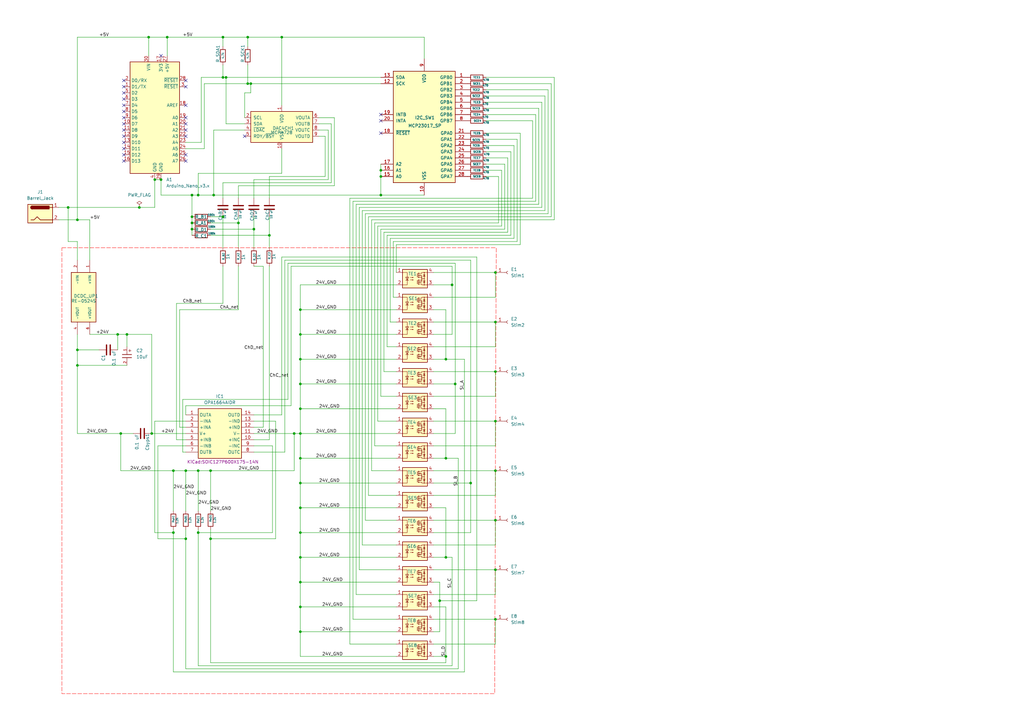
<source format=kicad_sch>
(kicad_sch (version 20250114) (generator "eeschema") (generator_version "9.0")
  (paper "A3")
  (junction (at 68.58 15.24))
  (junction (at 123.19 177.8))
  (junction (at 182.88 147.32))
  (junction (at 81.28 218.44))
  (junction (at 123.19 228.6))
  (junction (at 78.74 80.01))
  (junction (at 185.42 116.84))
  (junction (at 91.44 15.24))
  (junction (at 71.12 193.04))
  (junction (at 123.19 157.48))
  (junction (at 123.19 167.64))
  (junction (at 71.12 218.44))
  (junction (at 123.19 198.12))
  (junction (at 31.75 90.17))
  (junction (at 92.71 31.75))
  (junction (at 123.19 147.32))
  (junction (at 91.44 31.75))
  (junction (at 27.94 85.09))
  (junction (at 48.26 137.16))
  (junction (at 81.28 193.04))
  (junction (at 57.15 85.09))
  (junction (at 203.2 213.36))
  (junction (at 52.07 137.16))
  (junction (at 76.2 220.98))
  (junction (at 76.2 193.04))
  (junction (at 156.21 72.39))
  (junction (at 123.19 259.08))
  (junction (at 31.75 149.86))
  (junction (at 120.65 177.8))
  (junction (at 203.2 111.76))
  (junction (at 186.69 157.48))
  (junction (at 123.19 248.92))
  (junction (at 66.04 73.66))
  (junction (at 104.14 93.98))
  (junction (at 193.04 198.12))
  (junction (at 97.79 91.44))
  (junction (at 203.2 172.72))
  (junction (at 123.19 208.28))
  (junction (at 203.2 233.68))
  (junction (at 101.6 15.24))
  (junction (at 78.74 88.9))
  (junction (at 78.74 93.98))
  (junction (at 60.96 15.24))
  (junction (at 123.19 137.16))
  (junction (at 123.19 218.44))
  (junction (at 182.88 269.24))
  (junction (at 203.2 152.4))
  (junction (at 101.6 34.29))
  (junction (at 123.19 187.96))
  (junction (at 115.57 15.24))
  (junction (at 31.75 143.51))
  (junction (at 182.88 187.96))
  (junction (at 86.36 220.98))
  (junction (at 203.2 193.04))
  (junction (at 123.19 127))
  (junction (at 203.2 254))
  (junction (at 62.23 177.8))
  (junction (at 63.5 73.66))
  (junction (at 102.87 34.29))
  (junction (at 182.88 228.6))
  (junction (at 156.21 69.85))
  (junction (at 156.21 80.01))
  (junction (at 86.36 193.04))
  (junction (at 87.63 80.01))
  (junction (at 180.34 246.38))
  (junction (at 203.2 132.08))
  (junction (at 110.49 96.52))
  (junction (at 81.28 80.01))
  (junction (at 78.74 91.44))
  (junction (at 91.44 88.9))
  (junction (at 123.19 238.76))
  (junction (at 49.53 177.8))
  (no_connect (at 76.2 66.04))
  (no_connect (at 66.04 22.86))
  (no_connect (at 76.2 63.5))
  (no_connect (at 50.8 38.1))
  (no_connect (at 50.8 55.88))
  (no_connect (at 76.2 33.02))
  (no_connect (at 50.8 40.64))
  (no_connect (at 50.8 60.96))
  (no_connect (at 50.8 48.26))
  (no_connect (at 50.8 33.02))
  (no_connect (at 50.8 45.72))
  (no_connect (at 100.33 55.88))
  (no_connect (at 50.8 35.56))
  (no_connect (at 50.8 43.18))
  (no_connect (at 76.2 43.18))
  (no_connect (at 76.2 55.88))
  (no_connect (at 50.8 58.42))
  (no_connect (at 76.2 48.26))
  (no_connect (at 50.8 50.8))
  (no_connect (at 76.2 53.34))
  (no_connect (at 76.2 35.56))
  (no_connect (at 156.21 49.53))
  (no_connect (at 50.8 53.34))
  (no_connect (at 76.2 50.8))
  (no_connect (at 156.21 46.99))
  (no_connect (at 156.21 54.61))
  (no_connect (at 50.8 63.5))
  (no_connect (at 50.8 66.04))
  (wire (pts (xy 115.57 15.24) (xy 173.99 15.24)))
  (wire (pts (xy 36.83 137.16) (xy 48.26 137.16)))
  (wire (pts (xy 123.19 228.6) (xy 123.19 238.76)))
  (wire (pts (xy 123.19 157.48) (xy 162.56 157.48)))
  (wire (pts (xy 123.19 116.84) (xy 123.19 127)))
  (wire (pts (xy 107.95 109.22) (xy 107.95 175.26)))
  (wire (pts (xy 212.09 57.15) (xy 199.39 57.15)))
  (wire (pts (xy 86.36 93.98) (xy 104.14 93.98)))
  (wire (pts (xy 71.12 193.04) (xy 49.53 193.04)))
  (wire (pts (xy 182.88 208.28) (xy 182.88 228.6)))
  (wire (pts (xy 81.28 71.12) (xy 81.28 80.01)))
  (wire (pts (xy 182.88 248.92) (xy 182.88 269.24)))
  (wire (pts (xy 111.76 182.88) (xy 111.76 218.44)))
  (wire (pts (xy 226.06 34.29) (xy 199.39 34.29)))
  (wire (pts (xy 130.81 55.88) (xy 133.35 55.88)))
  (wire (pts (xy 156.21 34.29) (xy 102.87 34.29)))
  (wire (pts (xy 86.36 193.04) (xy 120.65 193.04)))
  (wire (pts (xy 186.69 177.8) (xy 177.8 177.8)))
  (wire (pts (xy 205.74 69.85) (xy 199.39 69.85)))
  (wire (pts (xy 119.38 109.22) (xy 119.38 166.37)))
  (wire (pts (xy 177.8 182.88) (xy 203.2 182.88)))
  (wire (pts (xy 207.01 67.31) (xy 199.39 67.31)))
  (wire (pts (xy 177.8 127) (xy 182.88 127)))
  (wire (pts (xy 182.88 187.96) (xy 177.8 187.96)))
  (wire (pts (xy 144.78 82.55) (xy 219.71 82.55)))
  (wire (pts (xy 162.56 254) (xy 144.78 254)))
  (wire (pts (xy 161.29 99.06) (xy 161.29 121.92)))
  (wire (pts (xy 123.19 187.96) (xy 123.19 198.12)))
  (wire (pts (xy 71.12 217.17) (xy 71.12 218.44)))
  (wire (pts (xy 133.35 72.39) (xy 110.49 72.39)))
  (wire (pts (xy 123.19 157.48) (xy 123.19 167.64)))
  (wire (pts (xy 148.59 223.52) (xy 162.56 223.52)))
  (wire (pts (xy 177.8 208.28) (xy 182.88 208.28)))
  (wire (pts (xy 177.8 269.24) (xy 182.88 269.24)))
  (wire (pts (xy 180.34 259.08) (xy 177.8 259.08)))
  (wire (pts (xy 120.65 177.8) (xy 123.19 177.8)))
  (wire (pts (xy 115.57 15.24) (xy 115.57 43.18)))
  (wire (pts (xy 177.8 162.56) (xy 203.2 162.56)))
  (wire (pts (xy 134.62 73.66) (xy 104.14 73.66)))
  (wire (pts (xy 177.8 172.72) (xy 203.2 172.72)))
  (wire (pts (xy 182.88 187.96) (xy 187.96 187.96)))
  (wire (pts (xy 208.28 64.77) (xy 199.39 64.77)))
  (wire (pts (xy 154.94 172.72) (xy 162.56 172.72)))
  (wire (pts (xy 204.47 91.44) (xy 153.67 91.44)))
  (wire (pts (xy 143.51 264.16) (xy 162.56 264.16)))
  (wire (pts (xy 63.5 172.72) (xy 63.5 218.44)))
  (wire (pts (xy 115.57 60.96) (xy 115.57 71.12)))
  (wire (pts (xy 110.49 96.52) (xy 110.49 88.9)))
  (wire (pts (xy 104.14 170.18) (xy 115.57 170.18)))
  (wire (pts (xy 72.39 180.34) (xy 72.39 124.46)))
  (wire (pts (xy 92.71 31.75) (xy 91.44 31.75)))
  (wire (pts (xy 81.28 209.55) (xy 81.28 193.04)))
  (wire (pts (xy 49.53 177.8) (xy 54.61 177.8)))
  (wire (pts (xy 182.88 127) (xy 182.88 147.32)))
  (wire (pts (xy 123.19 147.32) (xy 123.19 157.48)))
  (wire (pts (xy 86.36 88.9) (xy 91.44 88.9)))
  (wire (pts (xy 177.8 264.16) (xy 203.2 264.16)))
  (wire (pts (xy 62.23 177.8) (xy 76.2 177.8)))
  (wire (pts (xy 101.6 26.67) (xy 101.6 34.29)))
  (wire (pts (xy 86.36 193.04) (xy 81.28 193.04)))
  (wire (pts (xy 213.36 54.61) (xy 199.39 54.61)))
  (wire (pts (xy 71.12 193.04) (xy 76.2 193.04)))
  (wire (pts (xy 208.28 64.77) (xy 208.28 95.25)))
  (wire (pts (xy 223.52 86.36) (xy 148.59 86.36)))
  (wire (pts (xy 152.4 193.04) (xy 152.4 90.17)))
  (wire (pts (xy 156.21 80.01) (xy 173.99 80.01)))
  (wire (pts (xy 91.44 15.24) (xy 91.44 19.05)))
  (wire (pts (xy 76.2 220.98) (xy 76.2 217.17)))
  (wire (pts (xy 120.65 177.8) (xy 120.65 193.04)))
  (wire (pts (xy 101.6 34.29) (xy 83.82 34.29)))
  (wire (pts (xy 162.56 111.76) (xy 162.56 100.33)))
  (wire (pts (xy 177.8 132.08) (xy 203.2 132.08)))
  (wire (pts (xy 64.77 182.88) (xy 64.77 220.98)))
  (wire (pts (xy 101.6 15.24) (xy 115.57 15.24)))
  (wire (pts (xy 76.2 274.32) (xy 76.2 220.98)))
  (wire (pts (xy 227.33 31.75) (xy 199.39 31.75)))
  (wire (pts (xy 157.48 95.25) (xy 157.48 152.4)))
  (wire (pts (xy 209.55 96.52) (xy 158.75 96.52)))
  (wire (pts (xy 111.76 218.44) (xy 81.28 218.44)))
  (wire (pts (xy 177.8 243.84) (xy 203.2 243.84)))
  (wire (pts (xy 115.57 170.18) (xy 115.57 105.41)))
  (wire (pts (xy 180.34 246.38) (xy 180.34 259.08)))
  (wire (pts (xy 72.39 124.46) (xy 91.44 124.46)))
  (wire (pts (xy 78.74 91.44) (xy 78.74 93.98)))
  (wire (pts (xy 177.8 228.6) (xy 182.88 228.6)))
  (wire (pts (xy 177.8 157.48) (xy 186.69 157.48)))
  (wire (pts (xy 185.42 137.16) (xy 185.42 116.84)))
  (wire (pts (xy 160.02 97.79) (xy 210.82 97.79)))
  (wire (pts (xy 82.55 58.42) (xy 76.2 58.42)))
  (wire (pts (xy 156.21 67.31) (xy 156.21 69.85)))
  (wire (pts (xy 177.8 254) (xy 203.2 254)))
  (wire (pts (xy 87.63 53.34) (xy 87.63 80.01)))
  (wire (pts (xy 218.44 49.53) (xy 199.39 49.53)))
  (wire (pts (xy 134.62 53.34) (xy 134.62 73.66)))
  (wire (pts (xy 160.02 132.08) (xy 160.02 97.79)))
  (wire (pts (xy 76.2 175.26) (xy 73.66 175.26)))
  (wire (pts (xy 135.89 74.93) (xy 91.44 74.93)))
  (wire (pts (xy 86.36 91.44) (xy 97.79 91.44)))
  (wire (pts (xy 68.58 22.86) (xy 68.58 15.24)))
  (wire (pts (xy 156.21 72.39) (xy 156.21 80.01)))
  (wire (pts (xy 81.28 218.44) (xy 81.28 217.17)))
  (wire (pts (xy 31.75 149.86) (xy 31.75 177.8)))
  (wire (pts (xy 182.88 228.6) (xy 185.42 228.6)))
  (wire (pts (xy 152.4 90.17) (xy 227.33 90.17)))
  (wire (pts (xy 102.87 34.29) (xy 101.6 34.29)))
  (wire (pts (xy 62.23 137.16) (xy 62.23 177.8)))
  (wire (pts (xy 123.19 177.8) (xy 162.56 177.8)))
  (wire (pts (xy 177.8 167.64) (xy 182.88 167.64)))
  (wire (pts (xy 185.42 228.6) (xy 185.42 273.05)))
  (wire (pts (xy 83.82 60.96) (xy 76.2 60.96)))
  (wire (pts (xy 223.52 39.37) (xy 199.39 39.37)))
  (wire (pts (xy 24.13 85.09) (xy 27.94 85.09)))
  (wire (pts (xy 63.5 85.09) (xy 63.5 73.66)))
  (wire (pts (xy 64.77 220.98) (xy 76.2 220.98)))
  (wire (pts (xy 74.93 185.42) (xy 74.93 163.83)))
  (wire (pts (xy 63.5 218.44) (xy 71.12 218.44)))
  (wire (pts (xy 71.12 193.04) (xy 71.12 209.55)))
  (wire (pts (xy 220.98 83.82) (xy 146.05 83.82)))
  (wire (pts (xy 78.74 80.01) (xy 81.28 80.01)))
  (wire (pts (xy 144.78 254) (xy 144.78 82.55)))
  (wire (pts (xy 185.42 109.22) (xy 119.38 109.22)))
  (wire (pts (xy 119.38 166.37) (xy 76.2 166.37)))
  (wire (pts (xy 157.48 152.4) (xy 162.56 152.4)))
  (wire (pts (xy 205.74 69.85) (xy 205.74 92.71)))
  (wire (pts (xy 209.55 62.23) (xy 209.55 96.52)))
  (wire (pts (xy 81.28 80.01) (xy 87.63 80.01)))
  (wire (pts (xy 210.82 59.69) (xy 199.39 59.69)))
  (wire (pts (xy 133.35 55.88) (xy 133.35 72.39)))
  (wire (pts (xy 204.47 72.39) (xy 199.39 72.39)))
  (wire (pts (xy 110.49 101.6) (xy 110.49 96.52)))
  (wire (pts (xy 177.8 152.4) (xy 203.2 152.4)))
  (wire (pts (xy 222.25 41.91) (xy 222.25 85.09)))
  (wire (pts (xy 78.74 80.01) (xy 78.74 88.9)))
  (wire (pts (xy 185.42 116.84) (xy 177.8 116.84)))
  (wire (pts (xy 219.71 46.99) (xy 199.39 46.99)))
  (wire (pts (xy 66.04 80.01) (xy 78.74 80.01)))
  (wire (pts (xy 60.96 15.24) (xy 68.58 15.24)))
  (wire (pts (xy 110.49 109.22) (xy 110.49 180.34)))
  (wire (pts (xy 31.75 106.68) (xy 31.75 99.06)))
  (wire (pts (xy 118.11 163.83) (xy 118.11 107.95)))
  (wire (pts (xy 203.2 152.4) (xy 203.2 162.56)))
  (wire (pts (xy 143.51 81.28) (xy 143.51 264.16)))
  (wire (pts (xy 76.2 274.32) (xy 187.96 274.32)))
  (wire (pts (xy 48.26 137.16) (xy 52.07 137.16)))
  (wire (pts (xy 97.79 81.28) (xy 97.79 76.2)))
  (wire (pts (xy 31.75 15.24) (xy 31.75 90.17)))
  (wire (pts (xy 86.36 271.78) (xy 86.36 220.98)))
  (wire (pts (xy 123.19 218.44) (xy 123.19 208.28)))
  (wire (pts (xy 162.56 147.32) (xy 123.19 147.32)))
  (wire (pts (xy 227.33 90.17) (xy 227.33 31.75)))
  (wire (pts (xy 63.5 73.66) (xy 66.04 73.66)))
  (wire (pts (xy 153.67 182.88) (xy 162.56 182.88)))
  (wire (pts (xy 149.86 213.36) (xy 162.56 213.36)))
  (wire (pts (xy 97.79 88.9) (xy 97.79 91.44)))
  (wire (pts (xy 185.42 273.05) (xy 81.28 273.05)))
  (wire (pts (xy 113.03 220.98) (xy 86.36 220.98)))
  (wire (pts (xy 135.89 50.8) (xy 135.89 74.93)))
  (wire (pts (xy 193.04 218.44) (xy 193.04 198.12)))
  (wire (pts (xy 107.95 109.22) (xy 104.14 109.22)))
  (wire (pts (xy 116.84 185.42) (xy 104.14 185.42)))
  (wire (pts (xy 177.8 223.52) (xy 203.2 223.52)))
  (wire (pts (xy 137.16 76.2) (xy 137.16 48.26)))
  (wire (pts (xy 31.75 177.8) (xy 49.53 177.8)))
  (wire (pts (xy 36.83 106.68) (xy 36.83 90.17)))
  (wire (pts (xy 182.88 271.78) (xy 86.36 271.78)))
  (wire (pts (xy 173.99 15.24) (xy 173.99 24.13)))
  (wire (pts (xy 40.64 143.51) (xy 31.75 143.51)))
  (wire (pts (xy 226.06 34.29) (xy 226.06 88.9)))
  (wire (pts (xy 81.28 273.05) (xy 81.28 218.44)))
  (wire (pts (xy 87.63 80.01) (xy 156.21 80.01)))
  (wire (pts (xy 147.32 85.09) (xy 222.25 85.09)))
  (wire (pts (xy 71.12 275.59) (xy 190.5 275.59)))
  (wire (pts (xy 203.2 111.76) (xy 203.2 121.92)))
  (wire (pts (xy 123.19 137.16) (xy 123.19 147.32)))
  (wire (pts (xy 76.2 166.37) (xy 76.2 170.18)))
  (wire (pts (xy 86.36 220.98) (xy 86.36 217.17)))
  (wire (pts (xy 123.19 248.92) (xy 123.19 259.08)))
  (wire (pts (xy 110.49 72.39) (xy 110.49 81.28)))
  (wire (pts (xy 76.2 182.88) (xy 64.77 182.88)))
  (wire (pts (xy 224.79 87.63) (xy 149.86 87.63)))
  (wire (pts (xy 207.01 93.98) (xy 156.21 93.98)))
  (wire (pts (xy 203.2 233.68) (xy 203.2 243.84)))
  (wire (pts (xy 204.47 72.39) (xy 204.47 91.44)))
  (wire (pts (xy 76.2 180.34) (xy 72.39 180.34)))
  (wire (pts (xy 116.84 106.68) (xy 116.84 185.42)))
  (wire (pts (xy 97.79 91.44) (xy 97.79 101.6)))
  (wire (pts (xy 158.75 142.24) (xy 162.56 142.24)))
  (wire (pts (xy 66.04 73.66) (xy 66.04 80.01)))
  (wire (pts (xy 115.57 71.12) (xy 81.28 71.12)))
  (wire (pts (xy 212.09 57.15) (xy 212.09 99.06)))
  (wire (pts (xy 49.53 193.04) (xy 49.53 177.8)))
  (wire (pts (xy 156.21 69.85) (xy 156.21 72.39)))
  (wire (pts (xy 177.8 147.32) (xy 182.88 147.32)))
  (wire (pts (xy 123.19 228.6) (xy 123.19 218.44)))
  (wire (pts (xy 130.81 53.34) (xy 134.62 53.34)))
  (wire (pts (xy 161.29 121.92) (xy 162.56 121.92)))
  (wire (pts (xy 48.26 137.16) (xy 48.26 143.51)))
  (wire (pts (xy 123.19 198.12) (xy 123.19 208.28)))
  (wire (pts (xy 177.8 238.76) (xy 180.34 238.76)))
  (wire (pts (xy 162.56 193.04) (xy 152.4 193.04)))
  (wire (pts (xy 154.94 92.71) (xy 154.94 172.72)))
  (wire (pts (xy 104.14 73.66) (xy 104.14 81.28)))
  (wire (pts (xy 82.55 31.75) (xy 82.55 58.42)))
  (wire (pts (xy 123.19 137.16) (xy 162.56 137.16)))
  (wire (pts (xy 73.66 127) (xy 97.79 127)))
  (wire (pts (xy 104.14 177.8) (xy 120.65 177.8)))
  (wire (pts (xy 193.04 106.68) (xy 116.84 106.68)))
  (wire (pts (xy 218.44 81.28) (xy 143.51 81.28)))
  (wire (pts (xy 148.59 86.36) (xy 148.59 223.52)))
  (wire (pts (xy 52.07 137.16) (xy 62.23 137.16)))
  (wire (pts (xy 76.2 172.72) (xy 63.5 172.72)))
  (wire (pts (xy 78.74 88.9) (xy 78.74 91.44)))
  (wire (pts (xy 149.86 87.63) (xy 149.86 213.36)))
  (wire (pts (xy 187.96 187.96) (xy 187.96 274.32)))
  (wire (pts (xy 118.11 107.95) (xy 186.69 107.95)))
  (wire (pts (xy 123.19 218.44) (xy 162.56 218.44)))
  (wire (pts (xy 36.83 90.17) (xy 31.75 90.17)))
  (wire (pts (xy 60.96 15.24) (xy 60.96 22.86)))
  (wire (pts (xy 91.44 26.67) (xy 91.44 31.75)))
  (wire (pts (xy 31.75 149.86) (xy 52.07 149.86)))
  (wire (pts (xy 177.8 111.76) (xy 203.2 111.76)))
  (wire (pts (xy 182.88 269.24) (xy 182.88 271.78)))
  (wire (pts (xy 156.21 93.98) (xy 156.21 162.56)))
  (wire (pts (xy 24.13 90.17) (xy 31.75 90.17)))
  (wire (pts (xy 223.52 39.37) (xy 223.52 86.36)))
  (wire (pts (xy 104.14 172.72) (xy 113.03 172.72)))
  (wire (pts (xy 203.2 132.08) (xy 203.2 142.24)))
  (wire (pts (xy 205.74 92.71) (xy 154.94 92.71)))
  (wire (pts (xy 68.58 15.24) (xy 91.44 15.24)))
  (wire (pts (xy 182.88 167.64) (xy 182.88 187.96)))
  (wire (pts (xy 123.19 269.24) (xy 162.56 269.24)))
  (wire (pts (xy 91.44 109.22) (xy 91.44 124.46)))
  (wire (pts (xy 186.69 157.48) (xy 186.69 177.8)))
  (wire (pts (xy 146.05 243.84) (xy 162.56 243.84)))
  (wire (pts (xy 162.56 233.68) (xy 147.32 233.68)))
  (wire (pts (xy 83.82 34.29) (xy 83.82 60.96)))
  (wire (pts (xy 91.44 74.93) (xy 91.44 81.28)))
  (wire (pts (xy 207.01 67.31) (xy 207.01 93.98)))
  (wire (pts (xy 147.32 233.68) (xy 147.32 85.09)))
  (wire (pts (xy 226.06 88.9) (xy 151.13 88.9)))
  (wire (pts (xy 102.87 38.1) (xy 102.87 34.29)))
  (wire (pts (xy 100.33 38.1) (xy 102.87 38.1)))
  (wire (pts (xy 153.67 91.44) (xy 153.67 182.88)))
  (wire (pts (xy 182.88 147.32) (xy 190.5 147.32)))
  (wire (pts (xy 27.94 85.09) (xy 57.15 85.09)))
  (wire (pts (xy 190.5 147.32) (xy 190.5 275.59)))
  (wire (pts (xy 123.19 238.76) (xy 162.56 238.76)))
  (wire (pts (xy 156.21 31.75) (xy 92.71 31.75)))
  (wire (pts (xy 177.8 213.36) (xy 203.2 213.36)))
  (wire (pts (xy 186.69 107.95) (xy 186.69 157.48)))
  (wire (pts (xy 76.2 185.42) (xy 74.93 185.42)))
  (wire (pts (xy 212.09 99.06) (xy 161.29 99.06)))
  (wire (pts (xy 91.44 31.75) (xy 82.55 31.75)))
  (wire (pts (xy 213.36 100.33) (xy 213.36 54.61)))
  (wire (pts (xy 74.93 163.83) (xy 118.11 163.83)))
  (wire (pts (xy 57.15 85.09) (xy 63.5 85.09)))
  (wire (pts (xy 210.82 97.79) (xy 210.82 59.69)))
  (wire (pts (xy 195.58 246.38) (xy 180.34 246.38)))
  (wire (pts (xy 177.8 137.16) (xy 185.42 137.16)))
  (wire (pts (xy 123.19 167.64) (xy 123.19 177.8)))
  (wire (pts (xy 100.33 48.26) (xy 100.33 38.1)))
  (wire (pts (xy 71.12 218.44) (xy 71.12 275.59)))
  (wire (pts (xy 91.44 15.24) (xy 101.6 15.24)))
  (wire (pts (xy 78.74 93.98) (xy 78.74 96.52)))
  (wire (pts (xy 123.19 248.92) (xy 162.56 248.92)))
  (wire (pts (xy 177.8 248.92) (xy 182.88 248.92)))
  (wire (pts (xy 222.25 41.91) (xy 199.39 41.91)))
  (wire (pts (xy 162.56 100.33) (xy 213.36 100.33)))
  (wire (pts (xy 162.56 116.84) (xy 123.19 116.84)))
  (wire (pts (xy 220.98 44.45) (xy 199.39 44.45)))
  (wire (pts (xy 195.58 105.41) (xy 195.58 246.38)))
  (wire (pts (xy 224.79 36.83) (xy 199.39 36.83)))
  (wire (pts (xy 97.79 76.2) (xy 137.16 76.2)))
  (wire (pts (xy 123.19 259.08) (xy 162.56 259.08)))
  (wire (pts (xy 104.14 101.6) (xy 104.14 93.98)))
  (wire (pts (xy 76.2 209.55) (xy 76.2 193.04)))
  (wire (pts (xy 203.2 203.2) (xy 203.2 193.04)))
  (wire (pts (xy 31.75 15.24) (xy 60.96 15.24)))
  (wire (pts (xy 123.19 238.76) (xy 123.19 248.92)))
  (wire (pts (xy 209.55 62.23) (xy 199.39 62.23)))
  (wire (pts (xy 177.8 193.04) (xy 203.2 193.04)))
  (wire (pts (xy 208.28 95.25) (xy 157.48 95.25)))
  (wire (pts (xy 123.19 198.12) (xy 162.56 198.12)))
  (wire (pts (xy 73.66 175.26) (xy 73.66 127)))
  (wire (pts (xy 146.05 83.82) (xy 146.05 243.84)))
  (wire (pts (xy 177.8 198.12) (xy 193.04 198.12)))
  (wire (pts (xy 177.8 203.2) (xy 203.2 203.2)))
  (wire (pts (xy 193.04 198.12) (xy 193.04 106.68)))
  (wire (pts (xy 130.81 50.8) (xy 135.89 50.8)))
  (wire (pts (xy 219.71 82.55) (xy 219.71 46.99)))
  (wire (pts (xy 91.44 101.6) (xy 91.44 88.9)))
  (wire (pts (xy 86.36 209.55) (xy 86.36 193.04)))
  (wire (pts (xy 86.36 96.52) (xy 110.49 96.52)))
  (wire (pts (xy 137.16 48.26) (xy 130.81 48.26)))
  (wire (pts (xy 220.98 44.45) (xy 220.98 83.82)))
  (wire (pts (xy 104.14 175.26) (xy 107.95 175.26)))
  (wire (pts (xy 123.19 127) (xy 123.19 137.16)))
  (wire (pts (xy 224.79 36.83) (xy 224.79 87.63)))
  (wire (pts (xy 162.56 228.6) (xy 123.19 228.6)))
  (wire (pts (xy 31.75 99.06) (xy 27.94 99.06)))
  (wire (pts (xy 27.94 99.06) (xy 27.94 85.09)))
  (wire (pts (xy 203.2 264.16) (xy 203.2 254)))
  (wire (pts (xy 203.2 223.52) (xy 203.2 213.36)))
  (wire (pts (xy 97.79 109.22) (xy 97.79 127)))
  (wire (pts (xy 177.8 233.68) (xy 203.2 233.68)))
  (wire (pts (xy 115.57 105.41) (xy 195.58 105.41)))
  (wire (pts (xy 151.13 88.9) (xy 151.13 203.2)))
  (wire (pts (xy 104.14 180.34) (xy 110.49 180.34)))
  (wire (pts (xy 113.03 172.72) (xy 113.03 220.98)))
  (wire (pts (xy 123.19 208.28) (xy 162.56 208.28)))
  (wire (pts (xy 123.19 167.64) (xy 162.56 167.64)))
  (wire (pts (xy 158.75 96.52) (xy 158.75 142.24)))
  (wire (pts (xy 177.8 218.44) (xy 193.04 218.44)))
  (wire (pts (xy 101.6 19.05) (xy 101.6 15.24)))
  (wire (pts (xy 162.56 132.08) (xy 160.02 132.08)))
  (wire (pts (xy 92.71 50.8) (xy 92.71 31.75)))
  (wire (pts (xy 177.8 142.24) (xy 203.2 142.24)))
  (wire (pts (xy 123.19 187.96) (xy 162.56 187.96)))
  (wire (pts (xy 123.19 127) (xy 162.56 127)))
  (wire (pts (xy 177.8 121.92) (xy 203.2 121.92)))
  (wire (pts (xy 100.33 50.8) (xy 92.71 50.8)))
  (wire (pts (xy 203.2 172.72) (xy 203.2 182.88)))
  (wire (pts (xy 218.44 49.53) (xy 218.44 81.28)))
  (wire (pts (xy 151.13 203.2) (xy 162.56 203.2)))
  (wire (pts (xy 156.21 162.56) (xy 162.56 162.56)))
  (wire (pts (xy 31.75 143.51) (xy 31.75 149.86)))
  (wire (pts (xy 185.42 116.84) (xy 185.42 109.22)))
  (wire (pts (xy 31.75 137.16) (xy 31.75 143.51)))
  (wire (pts (xy 123.19 259.08) (xy 123.19 269.24)))
  (wire (pts (xy 52.07 137.16) (xy 52.07 142.24)))
  (wire (pts (xy 104.14 88.9) (xy 104.14 93.98)))
  (wire (pts (xy 104.14 182.88) (xy 111.76 182.88)))
  (wire (pts (xy 180.34 238.76) (xy 180.34 246.38)))
  (wire (pts (xy 123.19 177.8) (xy 123.19 187.96)))
  (wire (pts (xy 100.33 53.34) (xy 87.63 53.34)))
  (wire (pts (xy 81.28 193.04) (xy 76.2 193.04)))
  (label "24V_GND" (at 132.08 269.24 0))
  (label "24V_GND" (at 132.08 259.08 0))
  (label "Sl_D" (at 182.88 269.24 90))
  (label "24V_GND" (at 105.41 177.8 0))
  (label "+5V" (at 40.64 15.24 0))
  (label "Sl_B" (at 187.96 199.39 90))
  (label "24V_GND" (at 81.28 207.01 0))
  (label "24V_GND" (at 129.54 177.8 0))
  (label "24V_GND" (at 71.12 200.66 0))
  (label "24V_GND" (at 53.34 193.04 0))
  (label "24V_GND" (at 130.81 218.44 0))
  (label "24V_GND" (at 129.54 157.48 0))
  (label "24V_GND" (at 97.79 193.04 0))
  (label "24V_GND" (at 130.81 228.6 0))
  (label "24V_GND" (at 130.81 167.64 0))
  (label "+5V" (at 36.83 90.17 0))
  (label "ChB_net" (at 74.93 124.46 0))
  (label "+5V" (at 74.93 15.24 0))
  (label "+24V" (at 66.04 177.8 0))
  (label "24V_GND" (at 129.54 187.96 0))
  (label "24V_GND" (at 132.08 238.76 0))
  (label "24V_GND" (at 129.54 116.84 0))
  (label "24V_GND" (at 130.81 198.12 0))
  (label "24V_GND" (at 86.36 209.55 0))
  (label "ChD_net" (at 107.95 143.51 180))
  (label "24V_GND" (at 129.54 137.16 0))
  (label "Sl_C" (at 185.42 241.3 90))
  (label "24V_GND" (at 129.54 147.32 0))
  (label "+24V" (at 39.37 137.16 0))
  (label "24V_GND" (at 130.81 208.28 0))
  (label "24V_GND" (at 129.54 127 0))
  (label "ChC_net" (at 110.49 154.94 0))
  (label "24V_GND" (at 76.2 203.2 0))
  (label "24V_GND" (at 132.08 248.92 0))
  (label "24V_GND" (at 35.56 177.8 0))
  (label "ChA_net" (at 97.79 127 180))
  (label "Sl_A" (at 190.5 160.02 90))
  (rule_area (polyline (pts (xy 25.4 101.6) (xy 203.5175 101.6) (xy 202.8825 284.48) (xy 25.4 284.48) (xy 25.4 254)) (stroke (width 0) (type dash))))
  (symbol (lib_id "Library:CPC1017N") (at 170.18 205.74 0) (unit 1)
    (property "Reference" "U10" (effects (hide yes)))
    (property "Value" "SE5" (at 169.164 204.216 0))
    (property "Footprint" "Package_SO:SOP-4_3.8x4.1mm_P2.54mm" (effects (hide yes)))
    (property "Datasheet" "http://www.ixysic.com/home/pdfs.nsf/www/CPC1017N.pdf/$file/CPC1017N.pdf" (effects (hide yes)))
    (property "Description" "Form A, Solid State Relay (Photo MOSFET) 60V, 0.1A, 16Ohm, SO-4" (effects (hide yes)))
  )
  (symbol (lib_id "Library:C") (at 104.14 85.09 180) (unit 1)
    (property "Reference" "ChD1" (at 103.378 88.138 90))
    (property "Value" "10 uF" (at 104.902 88.138 90) (effects (font (size 0.8 0.8))))
    (property "Footprint" "Capacitor_SMD:C_0805_2012Metric_Pad1.18x1.45mm_HandSolder" (effects (hide yes)))
    (property "Description" "Unpolarized capacitor" (effects (hide yes)))
  )
  (symbol (lib_id "Library:CPC1017N") (at 170.18 256.54 0) (unit 1)
    (property "Reference" "U15" (effects (hide yes)))
    (property "Value" "TE8" (at 168.91 254.508 0))
    (property "Footprint" "Package_SO:SOP-4_3.8x4.1mm_P2.54mm" (effects (hide yes)))
    (property "Datasheet" "http://www.ixysic.com/home/pdfs.nsf/www/CPC1017N.pdf/$file/CPC1017N.pdf" (effects (hide yes)))
    (property "Description" "Form A, Solid State Relay (Photo MOSFET) 60V, 0.1A, 16Ohm, SO-4" (effects (hide yes)))
  )
  (symbol (lib_id "Library:R") (at 82.55 96.52 90) (unit 1)
    (property "Reference" "R_C1" (at 80.01 96.774 90) (effects (justify right)))
    (property "Value" "100k" (at 85.344 95.758 90) (effects (font (size 0.8 0.8)) (justify right)))
    (property "Footprint" "Resistor_SMD:R_1206_3216Metric_Pad1.30x1.75mm_HandSolder" (effects (hide yes)))
    (property "Description" "Resistor" (effects (hide yes)))
  )
  (symbol (lib_id "Library:R") (at 195.58 49.53 90) (unit 1)
    (property "Reference" "SCE4" (at 195.834 49.53 90) (effects (font (size 0.8 0.8))))
    (property "Value" "470" (at 199.39 50.292 90) (effects (font (size 0.8 0.8))))
    (property "Footprint" "Resistor_SMD:R_1206_3216Metric_Pad1.30x1.75mm_HandSolder" (effects (hide yes)))
    (property "Description" "Resistor" (effects (hide yes)))
  )
  (symbol (lib_id "Library:CPC1017N") (at 170.18 175.26 0) (unit 1)
    (property "Reference" "U7" (effects (hide yes)))
    (property "Value" "TE4" (at 168.91 173.228 0))
    (property "Footprint" "Package_SO:SOP-4_3.8x4.1mm_P2.54mm" (effects (hide yes)))
    (property "Datasheet" "http://www.ixysic.com/home/pdfs.nsf/www/CPC1017N.pdf/$file/CPC1017N.pdf" (effects (hide yes)))
    (property "Description" "Form A, Solid State Relay (Photo MOSFET) 60V, 0.1A, 16Ohm, SO-4" (effects (hide yes)))
  )
  (symbol (lib_id "Library:R") (at 97.79 105.41 0) (unit 1)
    (property "Reference" "R_A2" (at 97.79 106.68 90) (effects (font (size 0.8 0.8)) (justify left)))
    (property "Value" "1k" (at 99.822 106.68 90) (effects (justify left)))
    (property "Footprint" "Resistor_SMD:R_1206_3216Metric_Pad1.30x1.75mm_HandSolder" (effects (hide yes)))
    (property "Description" "Resistor" (effects (hide yes)))
  )
  (symbol (lib_id "Library:R") (at 104.14 105.41 0) (unit 1)
    (property "Reference" "R_D2" (at 104.394 106.934 90) (effects (font (size 0.8 0.8)) (justify left)))
    (property "Value" "1k" (at 106.172 106.68 90) (effects (justify left)))
    (property "Footprint" "Resistor_SMD:R_1206_3216Metric_Pad1.30x1.75mm_HandSolder" (effects (hide yes)))
    (property "Description" "Resistor" (effects (hide yes)))
  )
  (symbol (lib_id "Library:R") (at 86.36 213.36 0) (unit 1)
    (property "Reference" "RsD1" (at 86.36 214.122 90) (effects (font (size 0.8 0.8)) (justify left)))
    (property "Value" "1.2k" (at 88.138 214.63 90) (effects (font (size 0.8 0.8)) (justify left)))
    (property "Footprint" "Resistor_SMD:R_1206_3216Metric_Pad1.30x1.75mm_HandSolder" (effects (hide yes)))
    (property "Description" "Resistor" (effects (hide yes)))
  )
  (symbol (lib_id "Library:CPC1017N") (at 170.18 266.7 0) (unit 1)
    (property "Reference" "U16" (effects (hide yes)))
    (property "Value" "SE8" (at 169.164 264.668 0))
    (property "Footprint" "Package_SO:SOP-4_3.8x4.1mm_P2.54mm" (effects (hide yes)))
    (property "Datasheet" "http://www.ixysic.com/home/pdfs.nsf/www/CPC1017N.pdf/$file/CPC1017N.pdf" (effects (hide yes)))
    (property "Description" "Form A, Solid State Relay (Photo MOSFET) 60V, 0.1A, 16Ohm, SO-4" (effects (hide yes)))
  )
  (symbol (lib_id "Library:R") (at 195.58 41.91 90) (unit 1)
    (property "Reference" "TCE3" (at 195.58 41.91 90) (effects (font (size 0.8 0.8))))
    (property "Value" "470" (at 199.136 42.672 90) (effects (font (size 0.8 0.8))))
    (property "Footprint" "Resistor_SMD:R_1206_3216Metric_Pad1.30x1.75mm_HandSolder" (effects (hide yes)))
    (property "Description" "Resistor" (effects (hide yes)))
  )
  (symbol (lib_id "Library:CPC1017N") (at 170.18 154.94 0) (unit 1)
    (property "Reference" "U5" (effects (hide yes)))
    (property "Value" "TE3" (at 168.91 152.908 0))
    (property "Footprint" "Package_SO:SOP-4_3.8x4.1mm_P2.54mm" (effects (hide yes)))
    (property "Datasheet" "http://www.ixysic.com/home/pdfs.nsf/www/CPC1017N.pdf/$file/CPC1017N.pdf" (effects (hide yes)))
    (property "Description" "Form A, Solid State Relay (Photo MOSFET) 60V, 0.1A, 16Ohm, SO-4" (effects (hide yes)))
  )
  (symbol (lib_id "Library:R") (at 195.58 34.29 90) (unit 1)
    (property "Reference" "SCE1" (at 195.58 34.29 90) (effects (font (size 0.8 0.8))))
    (property "Value" "470" (at 199.136 35.052 90) (effects (font (size 0.8 0.8))))
    (property "Footprint" "Resistor_SMD:R_1206_3216Metric_Pad1.30x1.75mm_HandSolder" (effects (hide yes)))
    (property "Description" "Resistor" (effects (hide yes)))
  )
  (symbol (lib_id "Library:CPC1017N") (at 170.18 185.42 0) (unit 1)
    (property "Reference" "U8" (effects (hide yes)))
    (property "Value" "SE4" (at 168.91 183.388 0))
    (property "Footprint" "Package_SO:SOP-4_3.8x4.1mm_P2.54mm" (effects (hide yes)))
    (property "Datasheet" "http://www.ixysic.com/home/pdfs.nsf/www/CPC1017N.pdf/$file/CPC1017N.pdf" (effects (hide yes)))
    (property "Description" "Form A, Solid State Relay (Photo MOSFET) 60V, 0.1A, 16Ohm, SO-4" (effects (hide yes)))
  )
  (symbol (lib_id "Library:R") (at 195.58 69.85 90) (unit 1)
    (property "Reference" "TCE8" (at 195.58 69.85 90) (effects (font (size 0.8 0.8))))
    (property "Value" "470" (at 199.39 70.612 90) (effects (font (size 0.8 0.8))))
    (property "Footprint" "Resistor_SMD:R_1206_3216Metric_Pad1.30x1.75mm_HandSolder" (effects (hide yes)))
    (property "Description" "Resistor" (effects (hide yes)))
  )
  (symbol (lib_id "Library:CPC1017N") (at 170.18 195.58 0) (unit 1)
    (property "Reference" "U9" (effects (hide yes)))
    (property "Value" "TE5" (at 168.91 193.802 0))
    (property "Footprint" "Package_SO:SOP-4_3.8x4.1mm_P2.54mm" (effects (hide yes)))
    (property "Datasheet" "http://www.ixysic.com/home/pdfs.nsf/www/CPC1017N.pdf/$file/CPC1017N.pdf" (effects (hide yes)))
    (property "Description" "Form A, Solid State Relay (Photo MOSFET) 60V, 0.1A, 16Ohm, SO-4" (effects (hide yes)))
  )
  (symbol (lib_id "Library:Barrel_Jack") (at 16.51 87.63 0) (unit 1)
    (property "Reference" "J1" (at 16.51 78.74 0))
    (property "Value" "Barrel_Jack" (at 16.51 81.28 0))
    (property "Footprint" "Connector_BarrelJack:BarrelJack_Wuerth_694106106102_2.0x5.5mm" (effects (hide yes)))
    (property "Description" "DC Barrel Jack" (effects (hide yes)))
  )
  (symbol (lib_id "Library:R") (at 82.55 91.44 90) (unit 1)
    (property "Reference" "R_A1" (at 80.01 91.44 90) (effects (justify right)))
    (property "Value" "100k" (at 85.09 90.678 90) (effects (font (size 0.8 0.8)) (justify right)))
    (property "Footprint" "Resistor_SMD:R_1206_3216Metric_Pad1.30x1.75mm_HandSolder" (effects (hide yes)))
    (property "Description" "Resistor" (effects (hide yes)))
  )
  (symbol (lib_id "Library:CPC1017N") (at 170.18 246.38 0) (unit 1)
    (property "Reference" "U14" (effects (hide yes)))
    (property "Value" "SE7" (at 169.164 244.348 0))
    (property "Footprint" "Package_SO:SOP-4_3.8x4.1mm_P2.54mm" (effects (hide yes)))
    (property "Datasheet" "http://www.ixysic.com/home/pdfs.nsf/www/CPC1017N.pdf/$file/CPC1017N.pdf" (effects (hide yes)))
    (property "Description" "Form A, Solid State Relay (Photo MOSFET) 60V, 0.1A, 16Ohm, SO-4" (effects (hide yes)))
  )
  (symbol (lib_id "Library:PWR_FLAG") (at 57.15 85.09 0) (unit 1)
    (property "Reference" "#FLG01" (effects (hide yes)))
    (property "Value" "PWR_FLAG" (at 57.15 80.01 0))
    (property "Description" "Special symbol for telling ERC where power comes from" (effects (hide yes)))
  )
  (symbol (lib_id "Library:C") (at 58.42 177.8 270) (unit 1)
    (property "Reference" "Cbyps1" (at 60.452 177.8 0) (effects (justify left)))
    (property "Value" "0.1 uF" (at 56.134 178.054 0) (effects (justify left)))
    (property "Footprint" "Capacitor_SMD:C_0805_2012Metric_Pad1.18x1.45mm_HandSolder" (effects (hide yes)))
    (property "Description" "Unpolarized capacitor" (effects (hide yes)))
  )
  (symbol (lib_id "Library:R") (at 195.58 54.61 270) (unit 1)
    (property "Reference" "TCE5" (at 195.58 54.61 90) (effects (font (size 0.8 0.8))))
    (property "Value" "470" (at 199.39 55.372 90) (effects (font (size 0.8 0.8))))
    (property "Footprint" "Resistor_SMD:R_1206_3216Metric_Pad1.30x1.75mm_HandSolder" (effects (hide yes)))
    (property "Description" "Resistor" (effects (hide yes)))
  )
  (symbol (lib_id "WCAP-AS5H_5X5.5:WCAP-AS5H_5X5.5") (at 52.07 147.32 90) (unit 1)
    (property "Reference" "C2" (at 55.88 143.813 90) (effects (justify right)))
    (property "Value" "10uF" (at 55.88 146.353 90) (effects (justify right)))
    (property "Footprint" "WCAP-AS5H_5X5:WCAP-AS5H_5X5.5_DXL_" (effects (hide yes)))
    (property "MF" "Würth Elektronik" (effects (hide yes)))
    (property "Description_1" "10 µF 35 V Aluminum Electrolytic Capacitors Radial, Can - SMD - 5000 Hrs @ 105°C" (effects (hide yes)))
    (property "Package" "Radial Wurth Electronics" (effects (hide yes)))
    (property "Price" "None" (effects (hide yes)))
    (property "SnapEDA_Link" "https://www.snapeda.com/parts/865230542002/W%25C3%25BCrth+Elektronik+Midcom/view-part/?ref=snap" (effects (hide yes)))
    (property "MP" "865230542002" (effects (hide yes)))
    (property "Availability" "In Stock" (effects (hide yes)))
    (property "Check_prices" "https://www.snapeda.com/parts/865230542002/W%25C3%25BCrth+Elektronik+Midcom/view-part/?ref=eda" (effects (hide yes)))
  )
  (symbol (lib_id "Library:R") (at 82.55 88.9 90) (unit 1)
    (property "Reference" "R_B1" (at 80.01 88.9 90) (effects (justify right)))
    (property "Value" "100k" (at 85.09 88.138 90) (effects (font (size 0.8 0.8)) (justify right)))
    (property "Footprint" "Resistor_SMD:R_1206_3216Metric_Pad1.30x1.75mm_HandSolder" (effects (hide yes)))
    (property "Description" "Resistor" (effects (hide yes)))
  )
  (symbol (lib_id "Library:R") (at 195.58 62.23 270) (unit 1)
    (property "Reference" "SCE6" (at 194.056 62.23 90) (effects (font (size 0.8 0.8)) (justify left)))
    (property "Value" "470" (at 198.374 63.246 90) (effects (font (size 0.8 0.8)) (justify left)))
    (property "Footprint" "Resistor_SMD:R_1206_3216Metric_Pad1.30x1.75mm_HandSolder" (effects (hide yes)))
    (property "Description" "Resistor" (effects (hide yes)))
  )
  (symbol (lib_id "Library:CPC1017N") (at 170.18 165.1 0) (unit 1)
    (property "Reference" "U6" (effects (hide yes)))
    (property "Value" "SE3" (at 169.164 163.068 0))
    (property "Footprint" "Package_SO:SOP-4_3.8x4.1mm_P2.54mm" (effects (hide yes)))
    (property "Datasheet" "http://www.ixysic.com/home/pdfs.nsf/www/CPC1017N.pdf/$file/CPC1017N.pdf" (effects (hide yes)))
    (property "Description" "Form A, Solid State Relay (Photo MOSFET) 60V, 0.1A, 16Ohm, SO-4" (effects (hide yes)))
  )
  (symbol (lib_id "Library:C") (at 110.49 85.09 180) (unit 1)
    (property "Reference" "ChC1" (at 109.728 87.884 90))
    (property "Value" "10 uF" (at 111.252 87.884 90) (effects (font (size 0.8 0.8))))
    (property "Footprint" "Capacitor_SMD:C_0805_2012Metric_Pad1.18x1.45mm_HandSolder" (effects (hide yes)))
    (property "Description" "Unpolarized capacitor" (effects (hide yes)))
  )
  (symbol (lib_id "Library:C") (at 44.45 143.51 90) (unit 1)
    (property "Reference" "C1" (at 42.418 148.082 0) (effects (justify left)))
    (property "Value" "0.1 uF" (at 46.736 150.114 0) (effects (justify left)))
    (property "Footprint" "Capacitor_SMD:C_0805_2012Metric_Pad1.18x1.45mm_HandSolder" (effects (hide yes)))
    (property "Description" "Unpolarized capacitor" (effects (hide yes)))
  )
  (symbol (lib_id "Library:CPC1017N") (at 170.18 114.3 0) (unit 1)
    (property "Reference" "U1" (effects (hide yes)))
    (property "Value" "TE1" (at 169.164 112.268 0))
    (property "Footprint" "Package_SO:SOP-4_3.8x4.1mm_P2.54mm" (effects (hide yes)))
    (property "Datasheet" "http://www.ixysic.com/home/pdfs.nsf/www/CPC1017N.pdf/$file/CPC1017N.pdf" (effects (hide yes)))
    (property "Description" "Form A, Solid State Relay (Photo MOSFET) 60V, 0.1A, 16Ohm, SO-4" (effects (hide yes)))
  )
  (symbol (lib_id "OPA1664AIDR:OPA1664AIDR") (at 76.2 170.18 0) (unit 1)
    (property "Reference" "IC1" (at 90.17 162.56 0))
    (property "Value" "OPA1664AIDR" (at 90.17 165.1 0))
    (property "Footprint" "KiCad:SOIC127P600X175-14N" (at 76.708 188.722 0) (effects (justify left top)))
    (property "Datasheet" "http://www.ti.com/lit/ds/symlink/opa1664.pdf" (effects (hide yes)))
    (property "Description" "Operational Amplifiers - Op Amps Sound Plus Lo-Pwr Lo-Noise Op Amps" (effects (hide yes)))
    (property "Height" "1.75" (effects (hide yes)))
    (property "Mouser Part Number" "595-OPA1664AIDR" (effects (hide yes)))
    (property "Mouser Price/Stock" "https://www.mouser.co.uk/ProductDetail/Texas-Instruments/OPA1664AIDR?qs=3jfYfyvUSwCtbsVQtHmydw%3D%3D" (effects (hide yes)))
    (property "Manufacturer_Name" "Texas Instruments" (effects (hide yes)))
    (property "Manufacturer_Part_Number" "OPA1664AIDR" (effects (hide yes)))
  )
  (symbol (lib_id "Connector:Conn_01x01_Socket") (at 208.28 172.72 0) (unit 1)
    (property "Reference" "E4" (at 209.55 171.4499 0) (effects (justify left)))
    (property "Value" "Stim4" (at 209.55 173.9899 0) (effects (justify left)))
    (property "Footprint" "Connector_Pin:Pin_D1.0mm_L10.0mm" (effects (hide yes)))
    (property "Description" "Generic connector, single row, 01x01, script generated" (effects (hide yes)))
  )
  (symbol (lib_id "Library:R") (at 195.58 39.37 90) (unit 1)
    (property "Reference" "SCE2" (at 195.326 39.37 90) (effects (font (size 0.8 0.8))))
    (property "Value" "470" (at 199.39 40.132 90) (effects (font (size 0.8 0.8))))
    (property "Footprint" "Resistor_SMD:R_1206_3216Metric_Pad1.30x1.75mm_HandSolder" (effects (hide yes)))
    (property "Description" "Resistor" (effects (hide yes)))
  )
  (symbol (lib_id "Connector:Conn_01x01_Socket") (at 208.28 233.68 0) (unit 1)
    (property "Reference" "E7" (at 209.55 232.4099 0) (effects (justify left)))
    (property "Value" "Stim7" (at 209.55 234.9499 0) (effects (justify left)))
    (property "Footprint" "Connector_Pin:Pin_D1.0mm_L10.0mm" (effects (hide yes)))
    (property "Description" "Generic connector, single row, 01x01, script generated" (effects (hide yes)))
  )
  (symbol (lib_id "Connector:Conn_01x01_Socket") (at 208.28 193.04 0) (unit 1)
    (property "Reference" "E5" (at 209.55 191.7699 0) (effects (justify left)))
    (property "Value" "Stim5" (at 209.55 194.3099 0) (effects (justify left)))
    (property "Footprint" "Connector_Pin:Pin_D1.0mm_L10.0mm" (effects (hide yes)))
    (property "Description" "Generic connector, single row, 01x01, script generated" (effects (hide yes)))
  )
  (symbol (lib_id "Library:R") (at 81.28 213.36 0) (unit 1)
    (property "Reference" "RsC1" (at 81.28 214.63 90) (effects (font (size 0.8 0.8)) (justify left)))
    (property "Value" "1.2k" (at 83.058 214.63 90) (effects (font (size 0.8 0.8)) (justify left)))
    (property "Footprint" "Resistor_SMD:R_1206_3216Metric_Pad1.30x1.75mm_HandSolder" (effects (hide yes)))
    (property "Description" "Resistor" (effects (hide yes)))
  )
  (symbol (lib_id "Library:R") (at 91.44 105.41 0) (unit 1)
    (property "Reference" "R_B2" (at 91.694 106.68 90) (effects (font (size 0.8 0.8)) (justify left)))
    (property "Value" "1k" (at 93.472 106.426 90) (effects (justify left)))
    (property "Footprint" "Resistor_SMD:R_1206_3216Metric_Pad1.30x1.75mm_HandSolder" (effects (hide yes)))
    (property "Description" "Resistor" (effects (hide yes)))
  )
  (symbol (lib_id "Library:C") (at 91.44 85.09 0) (unit 1)
    (property "Reference" "ChB1" (at 90.424 87.884 90))
    (property "Value" "10 uF" (at 92.202 87.884 90) (effects (font (size 0.8 0.8))))
    (property "Footprint" "Capacitor_SMD:C_0805_2012Metric_Pad1.18x1.45mm_HandSolder" (effects (hide yes)))
    (property "Description" "Unpolarized capacitor" (effects (hide yes)))
  )
  (symbol (lib_id "Library:R") (at 195.58 57.15 270) (unit 1)
    (property "Reference" "SCE5" (at 195.326 57.404 90) (effects (font (size 0.8 0.8))))
    (property "Value" "470" (at 199.39 58.166 90) (effects (font (size 0.8 0.8))))
    (property "Footprint" "Resistor_SMD:R_1206_3216Metric_Pad1.30x1.75mm_HandSolder" (effects (hide yes)))
    (property "Description" "Resistor" (effects (hide yes)))
  )
  (symbol (lib_id "Library:R") (at 195.58 67.31 90) (unit 1)
    (property "Reference" "SCE7" (at 195.58 67.31 90) (effects (font (size 0.8 0.8))))
    (property "Value" "470" (at 199.39 68.58 90) (effects (font (size 0.8 0.8))))
    (property "Footprint" "Resistor_SMD:R_1206_3216Metric_Pad1.30x1.75mm_HandSolder" (effects (hide yes)))
    (property "Description" "Resistor" (effects (hide yes)))
  )
  (symbol (lib_id "Library:CPC1017N") (at 170.18 226.06 0) (unit 1)
    (property "Reference" "U12" (effects (hide yes)))
    (property "Value" "SE6" (at 168.91 224.028 0))
    (property "Footprint" "Package_SO:SOP-4_3.8x4.1mm_P2.54mm" (effects (hide yes)))
    (property "Datasheet" "http://www.ixysic.com/home/pdfs.nsf/www/CPC1017N.pdf/$file/CPC1017N.pdf" (effects (hide yes)))
    (property "Description" "Form A, Solid State Relay (Photo MOSFET) 60V, 0.1A, 16Ohm, SO-4" (effects (hide yes)))
  )
  (symbol (lib_id "Library:R") (at 195.58 59.69 270) (unit 1)
    (property "Reference" "TCE6" (at 196.85 59.69 90) (effects (font (size 0.8 0.8)) (justify right)))
    (property "Value" "470" (at 200.66 60.706 90) (effects (font (size 0.8 0.8)) (justify right)))
    (property "Footprint" "Resistor_SMD:R_1206_3216Metric_Pad1.30x1.75mm_HandSolder" (effects (hide yes)))
    (property "Description" "Resistor" (effects (hide yes)))
  )
  (symbol (lib_id "Connector:Conn_01x01_Socket") (at 208.28 152.4 0) (unit 1)
    (property "Reference" "E3" (at 209.55 151.1299 0) (effects (justify left)))
    (property "Value" "Stim3" (at 209.55 153.6699 0) (effects (justify left)))
    (property "Footprint" "Connector_Pin:Pin_D1.0mm_L10.0mm" (effects (hide yes)))
    (property "Description" "Generic connector, single row, 01x01, script generated" (effects (hide yes)))
  )
  (symbol (lib_id "Library:R") (at 101.6 22.86 180) (unit 1)
    (property "Reference" "R_SCK1" (at 99.568 25.654 90) (effects (justify right)))
    (property "Value" "4.7k" (at 101.6 24.13 90) (effects (font (size 0.8 0.8)) (justify right)))
    (property "Footprint" "Resistor_SMD:R_1206_3216Metric_Pad1.30x1.75mm_HandSolder" (effects (hide yes)))
    (property "Description" "Resistor" (effects (hide yes)))
  )
  (symbol (lib_id "Connector:Conn_01x01_Socket") (at 208.28 132.08 0) (unit 1)
    (property "Reference" "E2" (at 209.55 130.8099 0) (effects (justify left)))
    (property "Value" "Stim2" (at 209.55 133.3499 0) (effects (justify left)))
    (property "Footprint" "Connector_Pin:Pin_D1.0mm_L10.0mm" (effects (hide yes)))
    (property "Description" "Generic connector, single row, 01x01, script generated" (effects (hide yes)))
  )
  (symbol (lib_id "Library:CPC1017N") (at 170.18 215.9 0) (unit 1)
    (property "Reference" "U11" (effects (hide yes)))
    (property "Value" "TE6" (at 168.91 213.614 0))
    (property "Footprint" "Package_SO:SOP-4_3.8x4.1mm_P2.54mm" (effects (hide yes)))
    (property "Datasheet" "http://www.ixysic.com/home/pdfs.nsf/www/CPC1017N.pdf/$file/CPC1017N.pdf" (effects (hide yes)))
    (property "Description" "Form A, Solid State Relay (Photo MOSFET) 60V, 0.1A, 16Ohm, SO-4" (effects (hide yes)))
  )
  (symbol (lib_id "Library:R") (at 71.12 213.36 0) (unit 1)
    (property "Reference" "RsA1" (at 71.12 214.376 90) (effects (font (size 0.8 0.8)) (justify left)))
    (property "Value" "1.2k" (at 72.644 214.884 90) (effects (font (size 0.8 0.8)) (justify left)))
    (property "Footprint" "Resistor_SMD:R_1206_3216Metric_Pad1.30x1.75mm_HandSolder" (effects (hide yes)))
    (property "Description" "Resistor" (effects (hide yes)))
  )
  (symbol (lib_id "Library:CPC1017N") (at 170.18 134.62 0) (unit 1)
    (property "Reference" "U3" (effects (hide yes)))
    (property "Value" "TE2" (at 169.164 132.588 0))
    (property "Footprint" "Package_SO:SOP-4_3.8x4.1mm_P2.54mm" (effects (hide yes)))
    (property "Datasheet" "http://www.ixysic.com/home/pdfs.nsf/www/CPC1017N.pdf/$file/CPC1017N.pdf" (effects (hide yes)))
    (property "Description" "Form A, Solid State Relay (Photo MOSFET) 60V, 0.1A, 16Ohm, SO-4" (effects (hide yes)))
  )
  (symbol (lib_id "Connector:Conn_01x01_Socket") (at 208.28 254 0) (unit 1)
    (property "Reference" "E8" (at 209.55 252.7299 0) (effects (justify left)))
    (property "Value" "Stim8" (at 209.55 255.2699 0) (effects (justify left)))
    (property "Footprint" "Connector_Pin:Pin_D1.0mm_L10.0mm" (effects (hide yes)))
    (property "Description" "Generic connector, single row, 01x01, script generated" (effects (hide yes)))
  )
  (symbol (lib_id "Connector:Conn_01x01_Socket") (at 208.28 213.36 0) (unit 1)
    (property "Reference" "E6" (at 209.55 212.0899 0) (effects (justify left)))
    (property "Value" "Stim6" (at 209.55 214.6299 0) (effects (justify left)))
    (property "Footprint" "Connector_Pin:Pin_D1.0mm_L10.0mm" (effects (hide yes)))
    (property "Description" "Generic connector, single row, 01x01, script generated" (effects (hide yes)))
  )
  (symbol (lib_id "Library:MCP23017_SP") (at 173.99 52.07 0) (unit 1)
    (property "Reference" "I2C_SW1" (at 170.18 48.26 0) (effects (justify left)))
    (property "Value" "MCP23017_SP" (at 167.386 51.562 0) (effects (justify left)))
    (property "Footprint" "Package_DIP:DIP-28_W7.62mm" (effects (hide yes)))
    (property "Datasheet" "https://ww1.microchip.com/downloads/aemDocuments/documents/APID/ProductDocuments/DataSheets/MCP23017-Data-Sheet-DS20001952.pdf" (effects (hide yes)))
    (property "Description" "16-bit I/O expander, I2C, interrupts, w pull-ups, SPDIP-28" (effects (hide yes)))
  )
  (symbol (lib_id "Library:R") (at 76.2 213.36 0) (unit 1)
    (property "Reference" "RsB1" (at 76.2 214.376 90) (effects (font (size 0.8 0.8)) (justify left)))
    (property "Value" "1.2k" (at 77.978 214.63 90) (effects (font (size 0.8 0.8)) (justify left)))
    (property "Footprint" "Resistor_SMD:R_1206_3216Metric_Pad1.30x1.75mm_HandSolder" (effects (hide yes)))
    (property "Description" "Resistor" (effects (hide yes)))
  )
  (symbol (lib_id "Library:R") (at 195.58 72.39 90) (unit 1)
    (property "Reference" "SCE8" (at 195.58 72.39 90) (effects (font (size 0.8 0.8))))
    (property "Value" "470" (at 199.39 73.152 90) (effects (font (size 0.8 0.8))))
    (property "Footprint" "Resistor_SMD:R_1206_3216Metric_Pad1.30x1.75mm_HandSolder" (effects (hide yes)))
    (property "Description" "Resistor" (effects (hide yes)))
  )
  (symbol (lib_id "Library:R") (at 110.49 105.41 0) (unit 1)
    (property "Reference" "R_C2" (at 110.49 106.426 90) (effects (font (size 0.8 0.8)) (justify left)))
    (property "Value" "1k" (at 112.268 106.426 90) (effects (justify left)))
    (property "Footprint" "Resistor_SMD:R_1206_3216Metric_Pad1.30x1.75mm_HandSolder" (effects (hide yes)))
    (property "Description" "Resistor" (effects (hide yes)))
  )
  (symbol (lib_id "Library:CPC1017N") (at 170.18 236.22 0) (unit 1)
    (property "Reference" "U13" (effects (hide yes)))
    (property "Value" "TE7" (at 168.91 234.442 0))
    (property "Footprint" "Package_SO:SOP-4_3.8x4.1mm_P2.54mm" (effects (hide yes)))
    (property "Datasheet" "http://www.ixysic.com/home/pdfs.nsf/www/CPC1017N.pdf/$file/CPC1017N.pdf" (effects (hide yes)))
    (property "Description" "Form A, Solid State Relay (Photo MOSFET) 60V, 0.1A, 16Ohm, SO-4" (effects (hide yes)))
  )
  (symbol (lib_id "Library:R") (at 195.58 44.45 90) (unit 1)
    (property "Reference" "SCE3" (at 195.326 44.45 90) (effects (font (size 0.8 0.8))))
    (property "Value" "470" (at 199.39 45.212 90) (effects (font (size 0.8 0.8))))
    (property "Footprint" "Resistor_SMD:R_1206_3216Metric_Pad1.30x1.75mm_HandSolder" (effects (hide yes)))
    (property "Description" "Resistor" (effects (hide yes)))
  )
  (symbol (lib_id "Connector:Conn_01x01_Socket") (at 208.28 111.76 0) (unit 1)
    (property "Reference" "E1" (at 209.55 110.4899 0) (effects (justify left)))
    (property "Value" "Stim1" (at 209.55 113.0299 0) (effects (justify left)))
    (property "Footprint" "Connector_Pin:Pin_D1.0mm_L10.0mm" (effects (hide yes)))
    (property "Description" "Generic connector, single row, 01x01, script generated" (effects (hide yes)))
  )
  (symbol (lib_id "Library:Arduino_Nano_v3.x") (at 63.5 48.26 0) (unit 1)
    (property "Reference" "A1" (at 68.1833 73.66 0) (effects (justify left)))
    (property "Value" "Arduino_Nano_v3.x" (at 68.1833 76.2 0) (effects (justify left)))
    (property "Footprint" "Module:Arduino_Nano" (effects (hide yes)))
    (property "Datasheet" "http://www.mouser.com/pdfdocs/Gravitech_Arduino_Nano3_0.pdf" (effects (hide yes)))
    (property "Description" "Arduino Nano v3.x" (effects (hide yes)))
  )
  (symbol (lib_id "Library:MCP4728") (at 115.57 50.8 0) (unit 1)
    (property "Reference" "DAC4CH1" (at 111.76 52.578 0) (effects (justify left)))
    (property "Value" "MCP4728" (at 110.998 54.356 0) (effects (justify left)))
    (property "Footprint" "Package_SO:MSOP-10_3x3mm_P0.5mm" (effects (hide yes)))
    (property "Datasheet" "http://ww1.microchip.com/downloads/en/DeviceDoc/22187E.pdf" (effects (hide yes)))
    (property "Description" "12-bit digital to analog converter, quad output, 2.048V internal reference, integrated EEPROM, I2C interface" (effects (hide yes)))
  )
  (symbol (lib_id "Library:C") (at 97.79 85.09 0) (unit 1)
    (property "Reference" "ChA1" (at 96.774 87.884 90))
    (property "Value" "10 uF" (at 98.552 87.884 90) (effects (font (size 0.8 0.8))))
    (property "Footprint" "Capacitor_SMD:C_0805_2012Metric_Pad1.18x1.45mm_HandSolder" (effects (hide yes)))
    (property "Description" "Unpolarized capacitor" (effects (hide yes)))
  )
  (symbol (lib_id "Library:R") (at 195.58 36.83 90) (unit 1)
    (property "Reference" "TCE2" (at 195.326 36.83 90) (effects (font (size 0.8 0.8))))
    (property "Value" "470" (at 199.39 37.846 90) (effects (font (size 0.8 0.8))))
    (property "Footprint" "Resistor_SMD:R_1206_3216Metric_Pad1.30x1.75mm_HandSolder" (effects (hide yes)))
    (property "Description" "Resistor" (effects (hide yes)))
  )
  (symbol (lib_id "Library:RE-0524S") (at 34.29 121.92 270) (unit 1)
    (property "Reference" "DCDC_UP1" (at 30.226 121.412 90) (effects (justify left)))
    (property "Value" "RE-0524S" (at 29.21 123.444 90) (effects (justify left)))
    (property "Footprint" "RE-0524S:CONV_RE-0524S" (effects (hide yes)))
    (property "PARTREV" "1" (effects (hide yes)))
    (property "MANUFACTURER" "Recom" (effects (hide yes)))
    (property "MAXIMUM_PACKAGE_HEIGHT" "10.2mm" (effects (hide yes)))
    (property "STANDARD" "Manufacturer Recommendations" (effects (hide yes)))
  )
  (symbol (lib_id "Library:CPC1017N") (at 170.18 144.78 0) (unit 1)
    (property "Reference" "U4" (effects (hide yes)))
    (property "Value" "SE2" (at 168.91 143.002 0))
    (property "Footprint" "Package_SO:SOP-4_3.8x4.1mm_P2.54mm" (effects (hide yes)))
    (property "Datasheet" "http://www.ixysic.com/home/pdfs.nsf/www/CPC1017N.pdf/$file/CPC1017N.pdf" (effects (hide yes)))
    (property "Description" "Form A, Solid State Relay (Photo MOSFET) 60V, 0.1A, 16Ohm, SO-4" (effects (hide yes)))
  )
  (symbol (lib_id "Library:R") (at 82.55 93.98 90) (unit 1)
    (property "Reference" "R_D1" (at 80.01 94.234 90) (effects (justify right)))
    (property "Value" "100k" (at 85.344 92.964 90) (effects (font (size 0.8 0.8)) (justify right)))
    (property "Footprint" "Resistor_SMD:R_1206_3216Metric_Pad1.30x1.75mm_HandSolder" (effects (hide yes)))
    (property "Description" "Resistor" (effects (hide yes)))
  )
  (symbol (lib_id "Library:R") (at 195.58 46.99 90) (unit 1)
    (property "Reference" "TCE4" (at 195.58 46.99 90) (effects (font (size 0.8 0.8))))
    (property "Value" "470" (at 199.136 48.006 90) (effects (font (size 0.8 0.8))))
    (property "Footprint" "Resistor_SMD:R_1206_3216Metric_Pad1.30x1.75mm_HandSolder" (effects (hide yes)))
    (property "Description" "Resistor" (effects (hide yes)))
  )
  (symbol (lib_id "Library:CPC1017N") (at 170.18 124.46 0) (unit 1)
    (property "Reference" "U2" (effects (hide yes)))
    (property "Value" "SE1" (at 169.418 122.428 0))
    (property "Footprint" "Package_SO:SOP-4_3.8x4.1mm_P2.54mm" (effects (hide yes)))
    (property "Datasheet" "http://www.ixysic.com/home/pdfs.nsf/www/CPC1017N.pdf/$file/CPC1017N.pdf" (effects (hide yes)))
    (property "Description" "Form A, Solid State Relay (Photo MOSFET) 60V, 0.1A, 16Ohm, SO-4" (effects (hide yes)))
  )
  (symbol (lib_id "Library:R") (at 91.44 22.86 0) (unit 1)
    (property "Reference" "R_SDA1" (at 89.408 25.654 90) (effects (justify left)))
    (property "Value" "4.7k" (at 91.44 24.13 90) (effects (font (size 0.8 0.8)) (justify left)))
    (property "Footprint" "Resistor_SMD:R_1206_3216Metric_Pad1.30x1.75mm_HandSolder" (effects (hide yes)))
    (property "Description" "Resistor" (effects (hide yes)))
  )
  (symbol (lib_id "Library:R") (at 195.58 64.77 90) (unit 1)
    (property "Reference" "TCE7" (at 195.58 64.77 90) (effects (font (size 0.8 0.8))))
    (property "Value" "470" (at 199.39 65.786 90) (effects (font (size 0.8 0.8))))
    (property "Footprint" "Resistor_SMD:R_1206_3216Metric_Pad1.30x1.75mm_HandSolder" (effects (hide yes)))
    (property "Description" "Resistor" (effects (hide yes)))
  )
  (symbol (lib_id "Library:R") (at 195.58 31.75 90) (unit 1)
    (property "Reference" "TCE1" (at 195.58 31.75 90) (effects (font (size 0.8 0.8))))
    (property "Value" "470" (at 199.39 32.766 90) (effects (font (size 0.8 0.8))))
    (property "Footprint" "Resistor_SMD:R_1206_3216Metric_Pad1.30x1.75mm_HandSolder" (effects (hide yes)))
    (property "Description" "Resistor" (effects (hide yes)))
  )
)
</source>
